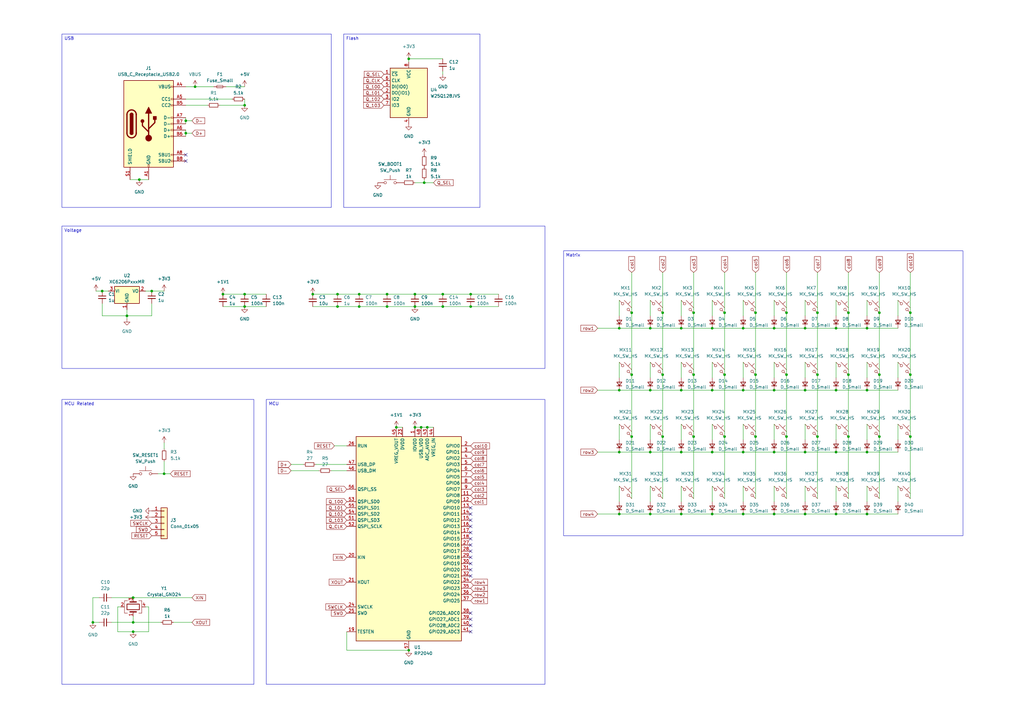
<source format=kicad_sch>
(kicad_sch (version 20230121) (generator eeschema)
  (paper "A3")
  (junction (at 335.28 128.27))
  (junction (at 266.7 185.42))
  (junction (at 170.18 175.26))
  (junction (at 128.27 120.65))
  (junction (at 373.38 128.27))
  (junction (at 167.64 266.7))
  (junction (at 254 185.42))
  (junction (at 292.1 160.02))
  (junction (at 259.08 179.07))
  (junction (at 309.88 153.67))
  (junction (at 271.78 179.07))
  (junction (at 158.75 125.73))
  (junction (at 297.18 153.67))
  (junction (at 355.6 210.82))
  (junction (at 284.48 128.27))
  (junction (at 347.98 128.27))
  (junction (at 100.33 125.73))
  (junction (at 360.68 179.07))
  (junction (at 266.7 160.02))
  (junction (at 304.8 134.62))
  (junction (at 292.1 134.62))
  (junction (at 322.58 153.67))
  (junction (at 360.68 153.67))
  (junction (at 330.2 134.62))
  (junction (at 193.04 125.73))
  (junction (at 355.6 160.02))
  (junction (at 54.61 245.11))
  (junction (at 181.61 120.65))
  (junction (at 317.5 160.02))
  (junction (at 266.7 210.82))
  (junction (at 317.5 210.82))
  (junction (at 342.9 185.42))
  (junction (at 254 210.82))
  (junction (at 271.78 128.27))
  (junction (at 271.78 153.67))
  (junction (at 170.18 125.73))
  (junction (at 360.68 128.27))
  (junction (at 335.28 153.67))
  (junction (at 62.23 119.38))
  (junction (at 76.2 49.53))
  (junction (at 342.9 160.02))
  (junction (at 279.4 160.02))
  (junction (at 138.43 120.65))
  (junction (at 259.08 128.27))
  (junction (at 284.48 179.07))
  (junction (at 54.61 259.08))
  (junction (at 347.98 179.07))
  (junction (at 254 160.02))
  (junction (at 147.32 125.73))
  (junction (at 67.31 194.31))
  (junction (at 193.04 120.65))
  (junction (at 309.88 179.07))
  (junction (at 167.64 24.13))
  (junction (at 373.38 153.67))
  (junction (at 284.48 153.67))
  (junction (at 322.58 128.27))
  (junction (at 373.38 179.07))
  (junction (at 297.18 179.07))
  (junction (at 80.01 35.56))
  (junction (at 347.98 153.67))
  (junction (at 38.1 255.27))
  (junction (at 162.56 175.26))
  (junction (at 100.33 43.18))
  (junction (at 279.4 210.82))
  (junction (at 355.6 185.42))
  (junction (at 279.4 185.42))
  (junction (at 342.9 134.62))
  (junction (at 259.08 153.67))
  (junction (at 170.18 120.65))
  (junction (at 304.8 160.02))
  (junction (at 138.43 125.73))
  (junction (at 304.8 210.82))
  (junction (at 292.1 210.82))
  (junction (at 173.99 74.93))
  (junction (at 91.44 120.65))
  (junction (at 100.33 120.65))
  (junction (at 355.6 134.62))
  (junction (at 317.5 185.42))
  (junction (at 147.32 120.65))
  (junction (at 54.61 255.27))
  (junction (at 172.72 175.26))
  (junction (at 158.75 120.65))
  (junction (at 330.2 210.82))
  (junction (at 342.9 210.82))
  (junction (at 330.2 185.42))
  (junction (at 335.28 179.07))
  (junction (at 254 134.62))
  (junction (at 52.07 129.54))
  (junction (at 330.2 160.02))
  (junction (at 279.4 134.62))
  (junction (at 304.8 185.42))
  (junction (at 41.91 119.38))
  (junction (at 76.2 54.61))
  (junction (at 322.58 179.07))
  (junction (at 309.88 128.27))
  (junction (at 317.5 134.62))
  (junction (at 175.26 175.26))
  (junction (at 266.7 134.62))
  (junction (at 292.1 185.42))
  (junction (at 297.18 128.27))
  (junction (at 181.61 125.73))
  (junction (at 57.15 73.66))
  (no_connect (at 193.04 233.68))
  (no_connect (at 193.04 208.28))
  (no_connect (at 193.04 218.44))
  (no_connect (at 193.04 228.6))
  (no_connect (at 76.2 63.5))
  (no_connect (at 193.04 223.52))
  (no_connect (at 193.04 256.54))
  (no_connect (at 193.04 220.98))
  (no_connect (at 193.04 236.22))
  (no_connect (at 193.04 251.46))
  (no_connect (at 193.04 226.06))
  (no_connect (at 193.04 215.9))
  (no_connect (at 193.04 231.14))
  (no_connect (at 193.04 213.36))
  (no_connect (at 193.04 259.08))
  (no_connect (at 193.04 254))
  (no_connect (at 76.2 66.04))
  (no_connect (at 193.04 210.82))
  (wire (pts (xy 129.54 190.5) (xy 142.24 190.5)))
  (wire (pts (xy 360.68 111.76) (xy 360.68 128.27)))
  (wire (pts (xy 330.2 185.42) (xy 342.9 185.42)))
  (wire (pts (xy 135.89 193.04) (xy 142.24 193.04)))
  (wire (pts (xy 45.72 245.11) (xy 54.61 245.11)))
  (wire (pts (xy 266.7 180.34) (xy 266.7 173.99)))
  (wire (pts (xy 259.08 111.76) (xy 259.08 128.27)))
  (wire (pts (xy 279.4 129.54) (xy 279.4 123.19)))
  (wire (pts (xy 292.1 180.34) (xy 292.1 173.99)))
  (wire (pts (xy 317.5 180.34) (xy 317.5 173.99)))
  (wire (pts (xy 266.7 160.02) (xy 279.4 160.02)))
  (wire (pts (xy 360.68 153.67) (xy 360.68 179.07)))
  (wire (pts (xy 368.3 180.34) (xy 368.3 173.99)))
  (wire (pts (xy 368.3 129.54) (xy 368.3 123.19)))
  (wire (pts (xy 40.64 255.27) (xy 38.1 255.27)))
  (wire (pts (xy 373.38 128.27) (xy 373.38 153.67)))
  (wire (pts (xy 254 185.42) (xy 266.7 185.42)))
  (wire (pts (xy 138.43 125.73) (xy 147.32 125.73)))
  (wire (pts (xy 45.72 255.27) (xy 54.61 255.27)))
  (wire (pts (xy 254 134.62) (xy 266.7 134.62)))
  (wire (pts (xy 355.6 129.54) (xy 355.6 123.19)))
  (wire (pts (xy 266.7 185.42) (xy 279.4 185.42)))
  (wire (pts (xy 304.8 129.54) (xy 304.8 123.19)))
  (wire (pts (xy 147.32 120.65) (xy 158.75 120.65)))
  (wire (pts (xy 330.2 129.54) (xy 330.2 123.19)))
  (wire (pts (xy 322.58 153.67) (xy 322.58 179.07)))
  (wire (pts (xy 330.2 160.02) (xy 342.9 160.02)))
  (wire (pts (xy 304.8 185.42) (xy 317.5 185.42)))
  (wire (pts (xy 304.8 205.74) (xy 304.8 199.39)))
  (wire (pts (xy 170.18 175.26) (xy 172.72 175.26)))
  (wire (pts (xy 284.48 111.76) (xy 284.48 128.27)))
  (wire (pts (xy 330.2 210.82) (xy 342.9 210.82)))
  (wire (pts (xy 52.07 129.54) (xy 52.07 130.81)))
  (wire (pts (xy 317.5 210.82) (xy 330.2 210.82)))
  (wire (pts (xy 54.61 255.27) (xy 66.04 255.27)))
  (wire (pts (xy 342.9 180.34) (xy 342.9 173.99)))
  (wire (pts (xy 60.96 259.08) (xy 60.96 248.92)))
  (wire (pts (xy 342.9 210.82) (xy 355.6 210.82)))
  (wire (pts (xy 266.7 134.62) (xy 279.4 134.62)))
  (wire (pts (xy 52.07 129.54) (xy 62.23 129.54)))
  (wire (pts (xy 38.1 255.27) (xy 38.1 245.11)))
  (wire (pts (xy 259.08 179.07) (xy 259.08 204.47)))
  (wire (pts (xy 76.2 48.26) (xy 76.2 49.53)))
  (wire (pts (xy 304.8 180.34) (xy 304.8 173.99)))
  (wire (pts (xy 309.88 111.76) (xy 309.88 128.27)))
  (wire (pts (xy 322.58 128.27) (xy 322.58 153.67)))
  (wire (pts (xy 279.4 154.94) (xy 279.4 148.59)))
  (wire (pts (xy 292.1 129.54) (xy 292.1 123.19)))
  (wire (pts (xy 335.28 153.67) (xy 335.28 179.07)))
  (wire (pts (xy 317.5 160.02) (xy 330.2 160.02)))
  (wire (pts (xy 317.5 154.94) (xy 317.5 148.59)))
  (wire (pts (xy 254 160.02) (xy 266.7 160.02)))
  (wire (pts (xy 167.64 24.13) (xy 167.64 25.4)))
  (wire (pts (xy 53.34 73.66) (xy 57.15 73.66)))
  (wire (pts (xy 368.3 154.94) (xy 368.3 148.59)))
  (wire (pts (xy 193.04 125.73) (xy 204.47 125.73)))
  (wire (pts (xy 38.1 245.11) (xy 40.64 245.11)))
  (wire (pts (xy 128.27 125.73) (xy 138.43 125.73)))
  (wire (pts (xy 54.61 252.73) (xy 54.61 255.27)))
  (wire (pts (xy 297.18 179.07) (xy 297.18 204.47)))
  (wire (pts (xy 266.7 210.82) (xy 279.4 210.82)))
  (wire (pts (xy 48.26 248.92) (xy 49.53 248.92)))
  (wire (pts (xy 304.8 160.02) (xy 317.5 160.02)))
  (wire (pts (xy 292.1 210.82) (xy 304.8 210.82)))
  (wire (pts (xy 304.8 154.94) (xy 304.8 148.59)))
  (wire (pts (xy 76.2 49.53) (xy 78.74 49.53)))
  (wire (pts (xy 317.5 134.62) (xy 330.2 134.62)))
  (wire (pts (xy 342.9 129.54) (xy 342.9 123.19)))
  (wire (pts (xy 177.8 74.93) (xy 173.99 74.93)))
  (wire (pts (xy 175.26 175.26) (xy 177.8 175.26)))
  (wire (pts (xy 309.88 179.07) (xy 309.88 204.47)))
  (wire (pts (xy 119.38 193.04) (xy 130.81 193.04)))
  (wire (pts (xy 39.37 119.38) (xy 41.91 119.38)))
  (wire (pts (xy 254 205.74) (xy 254 199.39)))
  (wire (pts (xy 76.2 53.34) (xy 76.2 54.61)))
  (wire (pts (xy 347.98 179.07) (xy 347.98 204.47)))
  (wire (pts (xy 71.12 255.27) (xy 78.74 255.27)))
  (wire (pts (xy 368.3 205.74) (xy 368.3 199.39)))
  (wire (pts (xy 292.1 205.74) (xy 292.1 199.39)))
  (wire (pts (xy 330.2 180.34) (xy 330.2 173.99)))
  (wire (pts (xy 347.98 153.67) (xy 347.98 179.07)))
  (wire (pts (xy 76.2 54.61) (xy 78.74 54.61)))
  (wire (pts (xy 322.58 111.76) (xy 322.58 128.27)))
  (wire (pts (xy 271.78 179.07) (xy 271.78 153.67)))
  (wire (pts (xy 342.9 205.74) (xy 342.9 199.39)))
  (wire (pts (xy 355.6 185.42) (xy 368.3 185.42)))
  (wire (pts (xy 297.18 153.67) (xy 297.18 179.07)))
  (wire (pts (xy 284.48 128.27) (xy 284.48 153.67)))
  (wire (pts (xy 309.88 153.67) (xy 309.88 179.07)))
  (wire (pts (xy 100.33 43.18) (xy 90.17 43.18)))
  (wire (pts (xy 91.44 125.73) (xy 100.33 125.73)))
  (wire (pts (xy 279.4 160.02) (xy 292.1 160.02)))
  (wire (pts (xy 67.31 181.61) (xy 67.31 184.15)))
  (wire (pts (xy 100.33 120.65) (xy 109.22 120.65)))
  (wire (pts (xy 59.69 119.38) (xy 62.23 119.38)))
  (wire (pts (xy 48.26 248.92) (xy 48.26 259.08)))
  (wire (pts (xy 279.4 134.62) (xy 292.1 134.62)))
  (wire (pts (xy 347.98 111.76) (xy 347.98 128.27)))
  (wire (pts (xy 355.6 205.74) (xy 355.6 199.39)))
  (wire (pts (xy 173.99 74.93) (xy 170.18 74.93)))
  (wire (pts (xy 60.96 248.92) (xy 59.69 248.92)))
  (wire (pts (xy 322.58 179.07) (xy 322.58 204.47)))
  (wire (pts (xy 259.08 153.67) (xy 259.08 179.07)))
  (wire (pts (xy 158.75 125.73) (xy 170.18 125.73)))
  (wire (pts (xy 172.72 175.26) (xy 175.26 175.26)))
  (wire (pts (xy 297.18 128.27) (xy 297.18 153.67)))
  (wire (pts (xy 266.7 154.94) (xy 266.7 148.59)))
  (wire (pts (xy 80.01 35.56) (xy 87.63 35.56)))
  (wire (pts (xy 342.9 160.02) (xy 355.6 160.02)))
  (wire (pts (xy 142.24 259.08) (xy 142.24 266.7)))
  (wire (pts (xy 335.28 179.07) (xy 335.28 204.47)))
  (wire (pts (xy 162.56 175.26) (xy 165.1 175.26)))
  (wire (pts (xy 170.18 120.65) (xy 181.61 120.65)))
  (wire (pts (xy 304.8 210.82) (xy 317.5 210.82)))
  (wire (pts (xy 245.11 210.82) (xy 254 210.82)))
  (wire (pts (xy 100.33 40.64) (xy 100.33 43.18)))
  (wire (pts (xy 137.16 182.88) (xy 142.24 182.88)))
  (wire (pts (xy 76.2 54.61) (xy 76.2 55.88)))
  (wire (pts (xy 119.38 190.5) (xy 124.46 190.5)))
  (wire (pts (xy 41.91 129.54) (xy 52.07 129.54)))
  (wire (pts (xy 279.4 180.34) (xy 279.4 173.99)))
  (wire (pts (xy 62.23 124.46) (xy 62.23 129.54)))
  (wire (pts (xy 330.2 134.62) (xy 342.9 134.62)))
  (wire (pts (xy 330.2 154.94) (xy 330.2 148.59)))
  (wire (pts (xy 330.2 205.74) (xy 330.2 199.39)))
  (wire (pts (xy 342.9 154.94) (xy 342.9 148.59)))
  (wire (pts (xy 170.18 125.73) (xy 181.61 125.73)))
  (wire (pts (xy 355.6 210.82) (xy 368.3 210.82)))
  (wire (pts (xy 373.38 153.67) (xy 373.38 179.07)))
  (wire (pts (xy 64.77 194.31) (xy 67.31 194.31)))
  (wire (pts (xy 57.15 73.66) (xy 60.96 73.66)))
  (wire (pts (xy 193.04 120.65) (xy 204.47 120.65)))
  (wire (pts (xy 254 129.54) (xy 254 123.19)))
  (wire (pts (xy 309.88 128.27) (xy 309.88 153.67)))
  (wire (pts (xy 76.2 49.53) (xy 76.2 50.8)))
  (wire (pts (xy 279.4 210.82) (xy 292.1 210.82)))
  (wire (pts (xy 292.1 134.62) (xy 304.8 134.62)))
  (wire (pts (xy 181.61 30.48) (xy 181.61 29.21)))
  (wire (pts (xy 266.7 205.74) (xy 266.7 199.39)))
  (wire (pts (xy 245.11 160.02) (xy 254 160.02)))
  (wire (pts (xy 259.08 128.27) (xy 259.08 153.67)))
  (wire (pts (xy 342.9 185.42) (xy 355.6 185.42)))
  (wire (pts (xy 279.4 185.42) (xy 292.1 185.42)))
  (wire (pts (xy 342.9 134.62) (xy 355.6 134.62)))
  (wire (pts (xy 181.61 24.13) (xy 167.64 24.13)))
  (wire (pts (xy 271.78 128.27) (xy 271.78 111.76)))
  (wire (pts (xy 41.91 119.38) (xy 44.45 119.38)))
  (wire (pts (xy 355.6 160.02) (xy 368.3 160.02)))
  (wire (pts (xy 181.61 125.73) (xy 193.04 125.73)))
  (wire (pts (xy 54.61 259.08) (xy 60.96 259.08)))
  (wire (pts (xy 254 180.34) (xy 254 173.99)))
  (wire (pts (xy 85.09 43.18) (xy 76.2 43.18)))
  (wire (pts (xy 271.78 204.47) (xy 271.78 179.07)))
  (wire (pts (xy 158.75 120.65) (xy 170.18 120.65)))
  (wire (pts (xy 317.5 205.74) (xy 317.5 199.39)))
  (wire (pts (xy 138.43 120.65) (xy 147.32 120.65)))
  (wire (pts (xy 142.24 266.7) (xy 167.64 266.7)))
  (wire (pts (xy 335.28 111.76) (xy 335.28 128.27)))
  (wire (pts (xy 76.2 35.56) (xy 80.01 35.56)))
  (wire (pts (xy 147.32 125.73) (xy 158.75 125.73)))
  (wire (pts (xy 181.61 120.65) (xy 193.04 120.65)))
  (wire (pts (xy 54.61 245.11) (xy 78.74 245.11)))
  (wire (pts (xy 245.11 134.62) (xy 254 134.62)))
  (wire (pts (xy 284.48 153.67) (xy 284.48 179.07)))
  (wire (pts (xy 297.18 111.76) (xy 297.18 128.27)))
  (wire (pts (xy 360.68 128.27) (xy 360.68 153.67)))
  (wire (pts (xy 373.38 179.07) (xy 373.38 204.47)))
  (wire (pts (xy 271.78 153.67) (xy 271.78 128.27)))
  (wire (pts (xy 360.68 179.07) (xy 360.68 204.47)))
  (wire (pts (xy 355.6 134.62) (xy 368.3 134.62)))
  (wire (pts (xy 67.31 189.23) (xy 67.31 194.31)))
  (wire (pts (xy 100.33 125.73) (xy 109.22 125.73)))
  (wire (pts (xy 292.1 185.42) (xy 304.8 185.42)))
  (wire (pts (xy 279.4 205.74) (xy 279.4 199.39)))
  (wire (pts (xy 128.27 120.65) (xy 138.43 120.65)))
  (wire (pts (xy 284.48 179.07) (xy 284.48 204.47)))
  (wire (pts (xy 254 210.82) (xy 266.7 210.82)))
  (wire (pts (xy 91.44 120.65) (xy 100.33 120.65)))
  (wire (pts (xy 317.5 129.54) (xy 317.5 123.19)))
  (wire (pts (xy 292.1 154.94) (xy 292.1 148.59)))
  (wire (pts (xy 254 154.94) (xy 254 148.59)))
  (wire (pts (xy 92.71 35.56) (xy 100.33 35.56)))
  (wire (pts (xy 373.38 111.76) (xy 373.38 128.27)))
  (wire (pts (xy 67.31 194.31) (xy 69.85 194.31)))
  (wire (pts (xy 41.91 124.46) (xy 41.91 129.54)))
  (wire (pts (xy 292.1 160.02) (xy 304.8 160.02)))
  (wire (pts (xy 52.07 127) (xy 52.07 129.54)))
  (wire (pts (xy 266.7 129.54) (xy 266.7 123.19)))
  (wire (pts (xy 173.99 73.66) (xy 173.99 74.93)))
  (wire (pts (xy 335.28 128.27) (xy 335.28 153.67)))
  (wire (pts (xy 62.23 119.38) (xy 67.31 119.38)))
  (wire (pts (xy 304.8 134.62) (xy 317.5 134.62)))
  (wire (pts (xy 48.26 259.08) (xy 54.61 259.08)))
  (wire (pts (xy 76.2 40.64) (xy 95.25 40.64)))
  (wire (pts (xy 355.6 154.94) (xy 355.6 148.59)))
  (wire (pts (xy 355.6 180.34) (xy 355.6 173.99)))
  (wire (pts (xy 245.11 185.42) (xy 254 185.42)))
  (wire (pts (xy 347.98 128.27) (xy 347.98 153.67)))
  (wire (pts (xy 317.5 185.42) (xy 330.2 185.42)))
  (text_box "Flash" (at 140.97 13.97 0) (size 55.88 71.12) (effects (font (size 1.27 1.27)) (justify left top)))
  (text_box "MCU" (at 109.22 163.83 0) (size 114.3 116.84) (effects (font (size 1.27 1.27)) (justify left top)))
  (text_box "Matrix" (at 231.14 102.87 0) (size 163.83 116.84) (effects (font (size 1.27 1.27)) (justify left top)))
  (text_box "Voltage" (at 25.4 92.71 0) (size 198.12 58.42) (effects (font (size 1.27 1.27)) (justify left top)))
  (text_box "MCU Related" (at 25.4 163.83 0) (size 78.74 116.84) (effects (font (size 1.27 1.27)) (justify left top)))
  (text_box "USB" (at 25.4 13.97 0) (size 110.49 71.12) (effects (font (size 1.27 1.27)) (justify left top)))
  (global_label "SWD" (shape input) (at 62.23 217.17 180) (property "Intersheetrefs" "${INTERSHEET_REFS}" (effects hide)))
  (global_label "Q_103" (shape input) (at 142.24 213.36 180) (property "Intersheetrefs" "${INTERSHEET_REFS}" (effects hide)))
  (global_label "col3" (shape input) (at 193.04 200.66 0) (property "Intersheetrefs" "${INTERSHEET_REFS}" (effects hide)))
  (global_label "col6" (shape input) (at 193.04 193.04 0) (property "Intersheetrefs" "${INTERSHEET_REFS}" (effects hide)))
  (global_label "Q_100" (shape input) (at 157.48 35.56 180) (property "Intersheetrefs" "${INTERSHEET_REFS}" (effects hide)))
  (global_label "row2" (shape input) (at 193.04 243.84 0) (property "Intersheetrefs" "${INTERSHEET_REFS}" (effects hide)))
  (global_label "col2" (shape input) (at 193.04 203.2 0) (property "Intersheetrefs" "${INTERSHEET_REFS}" (effects hide)))
  (global_label "Q_100" (shape input) (at 142.24 205.74 180) (property "Intersheetrefs" "${INTERSHEET_REFS}" (effects hide)))
  (global_label "D+" (shape input) (at 119.38 190.5 180) (property "Intersheetrefs" "${INTERSHEET_REFS}" (effects hide)))
  (global_label "XOUT" (shape input) (at 142.24 238.76 180) (property "Intersheetrefs" "${INTERSHEET_REFS}" (effects hide)))
  (global_label "RESET" (shape input) (at 69.85 194.31 0) (property "Intersheetrefs" "${INTERSHEET_REFS}" (effects hide)))
  (global_label "RESET" (shape input) (at 62.23 219.71 180) (property "Intersheetrefs" "${INTERSHEET_REFS}" (effects hide)))
  (global_label "row1" (shape input) (at 245.11 134.62 180) (property "Intersheetrefs" "${INTERSHEET_REFS}" (effects hide)))
  (global_label "Q_102" (shape input) (at 142.24 210.82 180) (property "Intersheetrefs" "${INTERSHEET_REFS}" (effects hide)))
  (global_label "col5" (shape input) (at 193.04 195.58 0) (property "Intersheetrefs" "${INTERSHEET_REFS}" (effects hide)))
  (global_label "D-" (shape input) (at 119.38 193.04 180) (property "Intersheetrefs" "${INTERSHEET_REFS}" (effects hide)))
  (global_label "Q_101" (shape input) (at 157.48 38.1 180) (property "Intersheetrefs" "${INTERSHEET_REFS}" (effects hide)))
  (global_label "col2" (shape input) (at 271.78 111.76 90) (property "Intersheetrefs" "${INTERSHEET_REFS}" (effects hide)))
  (global_label "row3" (shape input) (at 193.04 241.3 0) (property "Intersheetrefs" "${INTERSHEET_REFS}" (effects hide)))
  (global_label "row4" (shape input) (at 193.04 238.76 0) (property "Intersheetrefs" "${INTERSHEET_REFS}" (effects hide)))
  (global_label "col7" (shape input) (at 335.28 111.76 90) (property "Intersheetrefs" "${INTERSHEET_REFS}" (effects hide)))
  (global_label "col9" (shape input) (at 360.68 111.76 90) (property "Intersheetrefs" "${INTERSHEET_REFS}" (effects hide)))
  (global_label "Q_102" (shape input) (at 157.48 40.64 180) (property "Intersheetrefs" "${INTERSHEET_REFS}" (effects hide)))
  (global_label "row3" (shape input) (at 245.11 185.42 180) (property "Intersheetrefs" "${INTERSHEET_REFS}" (effects hide)))
  (global_label "D-" (shape input) (at 78.74 49.53 0) (property "Intersheetrefs" "${INTERSHEET_REFS}" (effects hide)))
  (global_label "col1" (shape input) (at 193.04 205.74 0) (property "Intersheetrefs" "${INTERSHEET_REFS}" (effects hide)))
  (global_label "col10" (shape input) (at 193.04 182.88 0) (property "Intersheetrefs" "${INTERSHEET_REFS}" (effects hide)))
  (global_label "row2" (shape input) (at 245.11 160.02 180) (property "Intersheetrefs" "${INTERSHEET_REFS}" (effects hide)))
  (global_label "col8" (shape input) (at 193.04 187.96 0) (property "Intersheetrefs" "${INTERSHEET_REFS}" (effects hide)))
  (global_label "XOUT" (shape input) (at 78.74 255.27 0) (property "Intersheetrefs" "${INTERSHEET_REFS}" (effects hide)))
  (global_label "XIN" (shape input) (at 142.24 228.6 180) (property "Intersheetrefs" "${INTERSHEET_REFS}" (effects hide)))
  (global_label "SWCLK" (shape input) (at 142.24 248.92 180) (property "Intersheetrefs" "${INTERSHEET_REFS}" (effects hide)))
  (global_label "D+" (shape input) (at 78.74 54.61 0) (property "Intersheetrefs" "${INTERSHEET_REFS}" (effects hide)))
  (global_label "col1" (shape input) (at 259.08 111.76 90) (property "Intersheetrefs" "${INTERSHEET_REFS}" (effects hide)))
  (global_label "row1" (shape input) (at 193.04 246.38 0) (property "Intersheetrefs" "${INTERSHEET_REFS}" (effects hide)))
  (global_label "Q_SEL" (shape input) (at 177.8 74.93 0) (property "Intersheetrefs" "${INTERSHEET_REFS}" (effects hide)))
  (global_label "Q_103" (shape input) (at 157.48 43.18 180) (property "Intersheetrefs" "${INTERSHEET_REFS}" (effects hide)))
  (global_label "col4" (shape input) (at 297.18 111.76 90) (property "Intersheetrefs" "${INTERSHEET_REFS}" (effects hide)))
  (global_label "col8" (shape input) (at 347.98 111.76 90) (property "Intersheetrefs" "${INTERSHEET_REFS}" (effects hide)))
  (global_label "SWD" (shape input) (at 142.24 251.46 180) (property "Intersheetrefs" "${INTERSHEET_REFS}" (effects hide)))
  (global_label "col6" (shape input) (at 322.58 111.76 90) (property "Intersheetrefs" "${INTERSHEET_REFS}" (effects hide)))
  (global_label "Q_101" (shape input) (at 142.24 208.28 180) (property "Intersheetrefs" "${INTERSHEET_REFS}" (effects hide)))
  (global_label "col3" (shape input) (at 284.48 111.76 90) (property "Intersheetrefs" "${INTERSHEET_REFS}" (effects hide)))
  (global_label "Q_SEL" (shape input) (at 142.24 200.66 180) (property "Intersheetrefs" "${INTERSHEET_REFS}" (effects hide)))
  (global_label "Q_SEL" (shape input) (at 157.48 30.48 180) (property "Intersheetrefs" "${INTERSHEET_REFS}" (effects hide)))
  (global_label "RESET" (shape input) (at 137.16 182.88 180) (property "Intersheetrefs" "${INTERSHEET_REFS}" (effects hide)))
  (global_label "SWCLK" (shape input) (at 62.23 214.63 180) (property "Intersheetrefs" "${INTERSHEET_REFS}" (effects hide)))
  (global_label "col5" (shape input) (at 309.88 111.76 90) (property "Intersheetrefs" "${INTERSHEET_REFS}" (effects hide)))
  (global_label "XIN" (shape input) (at 78.74 245.11 0) (property "Intersheetrefs" "${INTERSHEET_REFS}" (effects hide)))
  (global_label "row4" (shape input) (at 245.11 210.82 180) (property "Intersheetrefs" "${INTERSHEET_REFS}" (effects hide)))
  (global_label "Q_CLK" (shape input) (at 142.24 215.9 180) (property "Intersheetrefs" "${INTERSHEET_REFS}" (effects hide)))
  (global_label "col9" (shape input) (at 193.04 185.42 0) (property "Intersheetrefs" "${INTERSHEET_REFS}" (effects hide)))
  (global_label "Q_CLK" (shape input) (at 157.48 33.02 180) (property "Intersheetrefs" "${INTERSHEET_REFS}" (effects hide)))
  (global_label "col10" (shape input) (at 373.38 111.76 90) (property "Intersheetrefs" "${INTERSHEET_REFS}" (effects hide)))
  (global_label "col7" (shape input) (at 193.04 190.5 0) (property "Intersheetrefs" "${INTERSHEET_REFS}" (effects hide)))
  (global_label "col4" (shape input) (at 193.04 198.12 0) (property "Intersheetrefs" "${INTERSHEET_REFS}" (effects hide)))
  (symbol (lib_id "Device:D_Small") (at 355.6 132.08 90) (unit 1)
    (property "Reference" "D9" (at 358.14 130.81 90) (effects (justify right)))
    (property "Value" "D_Small" (at 358.14 133.35 90) (effects (justify right)))
    (property "Footprint" "Diode_SMD:D_SOD-123" (effects hide))
    (property "Sim.Device" "D" (effects hide))
    (property "Sim.Pins" "1=K 2=A" (effects hide))
  )
  (symbol (lib_id "power:+1V1") (at 162.56 175.26 0) (unit 1)
    (property "Reference" "#PWR013" (effects hide))
    (property "Value" "+1V1" (at 162.56 170.18 0))
  )
  (symbol (lib_id "PCM_marbastlib-mx:MX_SW_HS") (at 281.94 151.13 0) (unit 1)
    (property "Reference" "MX13" (at 281.94 143.51 0))
    (property "Value" "MX_SW_HS" (at 281.94 146.05 0))
    (property "Footprint" "PCM_marbastlib-mx:SW_MX_HS_1u" (effects hide))
  )
  (symbol (lib_id "Device:R_Small") (at 173.99 66.04 180) (unit 1)
    (property "Reference" "R9" (at 176.53 64.77 0) (effects (justify right)))
    (property "Value" "5.1k" (at 176.53 67.31 0) (effects (justify right)))
    (property "Footprint" "Resistor_SMD:R_0402_1005Metric" (effects hide))
  )
  (symbol (lib_id "PCM_marbastlib-mx:MX_SW_HS") (at 294.64 201.93 0) (unit 1)
    (property "Reference" "MX34" (at 294.64 194.31 0))
    (property "Value" "MX_SW_HS" (at 294.64 196.85 0))
    (property "Footprint" "PCM_marbastlib-mx:SW_MX_HS_1u" (effects hide))
  )
  (symbol (lib_id "power:GND") (at 54.61 259.08 0) (unit 1)
    (property "Reference" "#PWR022" (effects hide))
    (property "Value" "GND" (at 54.61 264.16 0))
  )
  (symbol (lib_id "Device:D_Small") (at 368.3 182.88 90) (unit 1)
    (property "Reference" "D30" (at 370.84 181.61 90) (effects (justify right)))
    (property "Value" "D_Small" (at 370.84 184.15 90) (effects (justify right)))
    (property "Footprint" "Diode_SMD:D_SOD-123" (effects hide))
    (property "Sim.Device" "D" (effects hide))
    (property "Sim.Pins" "1=K 2=A" (effects hide))
  )
  (symbol (lib_id "PCM_marbastlib-mx:MX_SW_HS") (at 307.34 151.13 0) (unit 1)
    (property "Reference" "MX15" (at 307.34 143.51 0))
    (property "Value" "MX_SW_HS" (at 307.34 146.05 0))
    (property "Footprint" "PCM_marbastlib-mx:SW_MX_HS_1u" (effects hide))
  )
  (symbol (lib_id "Device:D_Small") (at 266.7 157.48 90) (unit 1)
    (property "Reference" "D12" (at 269.24 156.21 90) (effects (justify right)))
    (property "Value" "D_Small" (at 269.24 158.75 90) (effects (justify right)))
    (property "Footprint" "Diode_SMD:D_SOD-123" (effects hide))
    (property "Sim.Device" "D" (effects hide))
    (property "Sim.Pins" "1=K 2=A" (effects hide))
  )
  (symbol (lib_id "Device:D_Small") (at 292.1 208.28 90) (unit 1)
    (property "Reference" "D34" (at 294.64 207.01 90) (effects (justify right)))
    (property "Value" "D_Small" (at 294.64 209.55 90) (effects (justify right)))
    (property "Footprint" "Diode_SMD:D_SOD-123" (effects hide))
    (property "Sim.Device" "D" (effects hide))
    (property "Sim.Pins" "1=K 2=A" (effects hide))
  )
  (symbol (lib_id "Device:D_Small") (at 330.2 132.08 90) (unit 1)
    (property "Reference" "D7" (at 332.74 130.81 90) (effects (justify right)))
    (property "Value" "D_Small" (at 332.74 133.35 90) (effects (justify right)))
    (property "Footprint" "Diode_SMD:D_SOD-123" (effects hide))
    (property "Sim.Device" "D" (effects hide))
    (property "Sim.Pins" "1=K 2=A" (effects hide))
  )
  (symbol (lib_id "PCM_marbastlib-mx:MX_SW_HS") (at 370.84 125.73 0) (unit 1)
    (property "Reference" "MX10" (at 370.84 118.11 0))
    (property "Value" "MX_SW_HS" (at 370.84 120.65 0))
    (property "Footprint" "PCM_marbastlib-mx:SW_MX_HS_1u" (effects hide))
  )
  (symbol (lib_id "Device:C_Small") (at 128.27 123.19 0) (unit 1)
    (property "Reference" "C3" (at 130.81 121.9263 0) (effects (justify left)))
    (property "Value" "10u" (at 130.81 124.4663 0) (effects (justify left)))
    (property "Footprint" "Capacitor_SMD:C_0603_1608Metric" (effects hide))
  )
  (symbol (lib_id "power:+3V3") (at 170.18 175.26 0) (unit 1)
    (property "Reference" "#PWR012" (effects hide))
    (property "Value" "+3V3" (at 170.18 170.18 0))
  )
  (symbol (lib_id "PCM_marbastlib-mx:MX_SW_HS") (at 256.54 151.13 0) (unit 1)
    (property "Reference" "MX11" (at 256.54 143.51 0))
    (property "Value" "MX_SW_HS" (at 256.54 146.05 0))
    (property "Footprint" "PCM_marbastlib-mx:SW_MX_HS_1u" (effects hide))
  )
  (symbol (lib_id "PCM_marbastlib-mx:MX_SW_HS") (at 332.74 151.13 0) (unit 1)
    (property "Reference" "MX17" (at 332.74 143.51 0))
    (property "Value" "MX_SW_HS" (at 332.74 146.05 0))
    (property "Footprint" "PCM_marbastlib-mx:SW_MX_HS_1u" (effects hide))
  )
  (symbol (lib_id "PCM_marbastlib-mx:MX_SW_HS") (at 281.94 125.73 0) (unit 1)
    (property "Reference" "MX3" (at 281.94 118.11 0))
    (property "Value" "MX_SW_HS" (at 281.94 120.65 0))
    (property "Footprint" "PCM_marbastlib-mx:SW_MX_HS_1u" (effects hide))
  )
  (symbol (lib_id "Device:D_Small") (at 355.6 208.28 90) (unit 1)
    (property "Reference" "D39" (at 358.14 207.01 90) (effects (justify right)))
    (property "Value" "D_Small" (at 358.14 209.55 90) (effects (justify right)))
    (property "Footprint" "Diode_SMD:D_SOD-123" (effects hide))
    (property "Sim.Device" "D" (effects hide))
    (property "Sim.Pins" "1=K 2=A" (effects hide))
  )
  (symbol (lib_id "Device:R_Small") (at 167.64 74.93 270) (unit 1)
    (property "Reference" "R7" (at 167.64 69.85 90))
    (property "Value" "1k" (at 167.64 72.39 90))
    (property "Footprint" "Resistor_SMD:R_0402_1005Metric" (effects hide))
  )
  (symbol (lib_id "Device:D_Small") (at 292.1 182.88 90) (unit 1)
    (property "Reference" "D24" (at 294.64 181.61 90) (effects (justify right)))
    (property "Value" "D_Small" (at 294.64 184.15 90) (effects (justify right)))
    (property "Footprint" "Diode_SMD:D_SOD-123" (effects hide))
    (property "Sim.Device" "D" (effects hide))
    (property "Sim.Pins" "1=K 2=A" (effects hide))
  )
  (symbol (lib_id "Device:D_Small") (at 355.6 182.88 90) (unit 1)
    (property "Reference" "D29" (at 358.14 181.61 90) (effects (justify right)))
    (property "Value" "D_Small" (at 358.14 184.15 90) (effects (justify right)))
    (property "Footprint" "Diode_SMD:D_SOD-123" (effects hide))
    (property "Sim.Device" "D" (effects hide))
    (property "Sim.Pins" "1=K 2=A" (effects hide))
  )
  (symbol (lib_id "Device:D_Small") (at 342.9 132.08 90) (unit 1)
    (property "Reference" "D8" (at 345.44 130.81 90) (effects (justify right)))
    (property "Value" "D_Small" (at 345.44 133.35 90) (effects (justify right)))
    (property "Footprint" "Diode_SMD:D_SOD-123" (effects hide))
    (property "Sim.Device" "D" (effects hide))
    (property "Sim.Pins" "1=K 2=A" (effects hide))
  )
  (symbol (lib_id "Device:D_Small") (at 317.5 182.88 90) (unit 1)
    (property "Reference" "D26" (at 320.04 181.61 90) (effects (justify right)))
    (property "Value" "D_Small" (at 320.04 184.15 90) (effects (justify right)))
    (property "Footprint" "Diode_SMD:D_SOD-123" (effects hide))
    (property "Sim.Device" "D" (effects hide))
    (property "Sim.Pins" "1=K 2=A" (effects hide))
  )
  (symbol (lib_id "power:+3V3") (at 62.23 212.09 90) (unit 1)
    (property "Reference" "#PWR026" (effects hide))
    (property "Value" "+3V3" (at 58.42 212.09 90) (effects (justify left)))
  )
  (symbol (lib_id "PCM_marbastlib-mx:MX_SW_HS") (at 256.54 176.53 0) (unit 1)
    (property "Reference" "MX21" (at 256.54 168.91 0))
    (property "Value" "MX_SW_HS" (at 256.54 171.45 0))
    (property "Footprint" "PCM_marbastlib-mx:SW_MX_HS_1u" (effects hide))
  )
  (symbol (lib_id "Device:R_Small") (at 68.58 255.27 90) (unit 1)
    (property "Reference" "R6" (at 68.58 250.19 90))
    (property "Value" "1k" (at 68.58 252.73 90))
    (property "Footprint" "Resistor_SMD:R_0402_1005Metric" (effects hide))
  )
  (symbol (lib_id "Regulator_Linear:XC6206PxxxMR") (at 52.07 119.38 0) (unit 1)
    (property "Reference" "U2" (at 52.07 113.03 0))
    (property "Value" "XC6206PxxxMR" (at 52.07 115.57 0))
    (property "Footprint" "Package_TO_SOT_SMD:SOT-23-3" (effects hide))
    (property "Datasheet" "https://www.torexsemi.com/file/xc6206/XC6206.pdf" (effects hide))
  )
  (symbol (lib_id "Device:R_Small") (at 67.31 186.69 180) (unit 1)
    (property "Reference" "R3" (at 69.85 185.42 0) (effects (justify right)))
    (property "Value" "5.1k" (at 69.85 187.96 0) (effects (justify right)))
    (property "Footprint" "Resistor_SMD:R_0402_1005Metric" (effects hide))
  )
  (symbol (lib_id "Device:C_Small") (at 43.18 245.11 90) (unit 1)
    (property "Reference" "C10" (at 43.1863 238.76 90))
    (property "Value" "22p" (at 43.1863 241.3 90))
    (property "Footprint" "Capacitor_SMD:C_0402_1005Metric" (effects hide))
  )
  (symbol (lib_id "MCU_RaspberryPi:RP2040") (at 167.64 220.98 0) (unit 1)
    (property "Reference" "U1" (at 169.8341 265.43 0) (effects (justify left)))
    (property "Value" "RP2040" (at 169.8341 267.97 0) (effects (justify left)))
    (property "Footprint" "Package_DFN_QFN:QFN-56-1EP_7x7mm_P0.4mm_EP3.2x3.2mm" (effects hide))
    (property "Datasheet" "https://datasheets.raspberrypi.com/rp2040/rp2040-datasheet.pdf" (effects hide))
  )
  (symbol (lib_id "PCM_marbastlib-mx:MX_SW_HS") (at 281.94 176.53 0) (unit 1)
    (property "Reference" "MX23" (at 281.94 168.91 0))
    (property "Value" "MX_SW_HS" (at 281.94 171.45 0))
    (property "Footprint" "PCM_marbastlib-mx:SW_MX_HS_1u" (effects hide))
  )
  (symbol (lib_id "Device:D_Small") (at 304.8 132.08 90) (unit 1)
    (property "Reference" "D5" (at 307.34 130.81 90) (effects (justify right)))
    (property "Value" "D_Small" (at 307.34 133.35 90) (effects (justify right)))
    (property "Footprint" "Diode_SMD:D_SOD-123" (effects hide))
    (property "Sim.Device" "D" (effects hide))
    (property "Sim.Pins" "1=K 2=A" (effects hide))
  )
  (symbol (lib_id "power:GND") (at 52.07 130.81 0) (unit 1)
    (property "Reference" "#PWR06" (effects hide))
    (property "Value" "GND" (at 52.07 135.89 0))
  )
  (symbol (lib_id "PCM_marbastlib-mx:MX_SW_HS") (at 345.44 151.13 0) (unit 1)
    (property "Reference" "MX18" (at 345.44 143.51 0))
    (property "Value" "MX_SW_HS" (at 345.44 146.05 0))
    (property "Footprint" "PCM_marbastlib-mx:SW_MX_HS_1u" (effects hide))
  )
  (symbol (lib_id "power:GND") (at 54.61 194.31 0) (unit 1)
    (property "Reference" "#PWR019" (effects hide))
    (property "Value" "GND" (at 54.61 199.39 0))
  )
  (symbol (lib_id "power:VBUS") (at 80.01 35.56 0) (unit 1)
    (property "Reference" "#PWR01" (effects hide))
    (property "Value" "VBUS" (at 80.01 30.48 0))
  )
  (symbol (lib_id "Device:C_Small") (at 181.61 123.19 0) (unit 1)
    (property "Reference" "C14" (at 184.15 121.9263 0) (effects (justify left)))
    (property "Value" "100n" (at 184.15 124.4663 0) (effects (justify left)))
    (property "Footprint" "Capacitor_SMD:C_0402_1005Metric" (effects hide))
  )
  (symbol (lib_id "Device:C_Small") (at 204.47 123.19 0) (unit 1)
    (property "Reference" "C16" (at 207.01 121.9263 0) (effects (justify left)))
    (property "Value" "100n" (at 207.01 124.4663 0) (effects (justify left)))
    (property "Footprint" "Capacitor_SMD:C_0402_1005Metric" (effects hide))
  )
  (symbol (lib_id "power:GND") (at 170.18 125.73 0) (unit 1)
    (property "Reference" "#PWR017" (effects hide))
    (property "Value" "GND" (at 170.18 130.81 0))
  )
  (symbol (lib_id "Device:D_Small") (at 254 208.28 90) (unit 1)
    (property "Reference" "D31" (at 256.54 207.01 90) (effects (justify right)))
    (property "Value" "D_Small" (at 256.54 209.55 90) (effects (justify right)))
    (property "Footprint" "Diode_SMD:D_SOD-123" (effects hide))
    (property "Sim.Device" "D" (effects hide))
    (property "Sim.Pins" "1=K 2=A" (effects hide))
  )
  (symbol (lib_id "power:+3V3") (at 167.64 24.13 0) (unit 1)
    (property "Reference" "#PWR028" (effects hide))
    (property "Value" "+3V3" (at 167.64 19.05 0))
  )
  (symbol (lib_id "Device:R_Small") (at 97.79 40.64 90) (unit 1)
    (property "Reference" "R2" (at 97.79 35.56 90))
    (property "Value" "5.1k" (at 97.79 38.1 90))
    (property "Footprint" "Resistor_SMD:R_0402_1005Metric" (effects hide))
  )
  (symbol (lib_id "Device:D_Small") (at 330.2 182.88 90) (unit 1)
    (property "Reference" "D27" (at 332.74 181.61 90) (effects (justify right)))
    (property "Value" "D_Small" (at 332.74 184.15 90) (effects (justify right)))
    (property "Footprint" "Diode_SMD:D_SOD-123" (effects hide))
    (property "Sim.Device" "D" (effects hide))
    (property "Sim.Pins" "1=K 2=A" (effects hide))
  )
  (symbol (lib_id "PCM_marbastlib-mx:MX_SW_HS") (at 345.44 125.73 0) (unit 1)
    (property "Reference" "MX8" (at 345.44 118.11 0))
    (property "Value" "MX_SW_HS" (at 345.44 120.65 0))
    (property "Footprint" "PCM_marbastlib-mx:SW_MX_HS_1u" (effects hide))
  )
  (symbol (lib_id "Device:C_Small") (at 100.33 123.19 0) (unit 1)
    (property "Reference" "C5" (at 102.87 121.9263 0) (effects (justify left)))
    (property "Value" "100n" (at 102.87 124.4663 0) (effects (justify left)))
    (property "Footprint" "Capacitor_SMD:C_0402_1005Metric" (effects hide))
  )
  (symbol (lib_id "Device:C_Small") (at 109.22 123.19 0) (unit 1)
    (property "Reference" "C13" (at 111.76 121.9263 0) (effects (justify left)))
    (property "Value" "100n" (at 111.76 124.4663 0) (effects (justify left)))
    (property "Footprint" "Capacitor_SMD:C_0402_1005Metric" (effects hide))
  )
  (symbol (lib_id "Device:R_Small") (at 127 190.5 90) (unit 1)
    (property "Reference" "R4" (at 127 185.42 90))
    (property "Value" "27" (at 127 187.96 90))
    (property "Footprint" "Resistor_SMD:R_0402_1005Metric" (effects hide))
  )
  (symbol (lib_id "PCM_marbastlib-mx:MX_SW_HS") (at 256.54 125.73 0) (unit 1)
    (property "Reference" "MX1" (at 256.54 118.11 0))
    (property "Value" "MX_SW_HS" (at 256.54 120.65 0))
    (property "Footprint" "PCM_marbastlib-mx:SW_MX_HS_1u" (effects hide))
  )
  (symbol (lib_id "Device:C_Small") (at 158.75 123.19 0) (unit 1)
    (property "Reference" "C8" (at 161.29 121.9263 0) (effects (justify left)))
    (property "Value" "100n" (at 161.29 124.4663 0) (effects (justify left)))
    (property "Footprint" "Capacitor_SMD:C_0402_1005Metric" (effects hide))
  )
  (symbol (lib_id "PCM_marbastlib-mx:MX_SW_HS") (at 358.14 125.73 0) (unit 1)
    (property "Reference" "MX9" (at 358.14 118.11 0))
    (property "Value" "MX_SW_HS" (at 358.14 120.65 0))
    (property "Footprint" "PCM_marbastlib-mx:SW_MX_HS_1u" (effects hide))
  )
  (symbol (lib_id "PCM_marbastlib-mx:MX_SW_HS") (at 294.64 125.73 0) (unit 1)
    (property "Reference" "MX4" (at 294.64 118.11 0))
    (property "Value" "MX_SW_HS" (at 294.64 120.65 0))
    (property "Footprint" "PCM_marbastlib-mx:SW_MX_HS_1u" (effects hide))
  )
  (symbol (lib_id "Device:D_Small") (at 317.5 157.48 90) (unit 1)
    (property "Reference" "D16" (at 320.04 156.21 90) (effects (justify right)))
    (property "Value" "D_Small" (at 320.04 158.75 90) (effects (justify right)))
    (property "Footprint" "Diode_SMD:D_SOD-123" (effects hide))
    (property "Sim.Device" "D" (effects hide))
    (property "Sim.Pins" "1=K 2=A" (effects hide))
  )
  (symbol (lib_id "power:+3V3") (at 128.27 120.65 0) (unit 1)
    (property "Reference" "#PWR015" (effects hide))
    (property "Value" "+3V3" (at 128.27 115.57 0))
  )
  (symbol (lib_id "Device:D_Small") (at 368.3 208.28 90) (unit 1)
    (property "Reference" "D40" (at 370.84 207.01 90) (effects (justify right)))
    (property "Value" "D_Small" (at 370.84 209.55 90) (effects (justify right)))
    (property "Footprint" "Diode_SMD:D_SOD-123" (effects hide))
    (property "Sim.Device" "D" (effects hide))
    (property "Sim.Pins" "1=K 2=A" (effects hide))
  )
  (symbol (lib_id "Device:C_Small") (at 41.91 121.92 0) (unit 1)
    (property "Reference" "C1" (at 44.45 120.6563 0) (effects (justify left)))
    (property "Value" "1u" (at 44.45 123.1963 0) (effects (justify left)))
    (property "Footprint" "Capacitor_SMD:C_0402_1005Metric" (effects hide))
  )
  (symbol (lib_id "Device:Crystal_GND24") (at 54.61 248.92 90) (unit 1)
    (property "Reference" "Y1" (at 67.31 241.3 90))
    (property "Value" "Crystal_GND24" (at 67.31 243.84 90))
    (property "Footprint" "Crystal:Crystal_SMD_3225-4Pin_3.2x2.5mm" (effects hide))
  )
  (symbol (lib_id "Device:D_Small") (at 330.2 157.48 90) (unit 1)
    (property "Reference" "D17" (at 332.74 156.21 90) (effects (justify right)))
    (property "Value" "D_Small" (at 332.74 158.75 90) (effects (justify right)))
    (property "Footprint" "Diode_SMD:D_SOD-123" (effects hide))
    (property "Sim.Device" "D" (effects hide))
    (property "Sim.Pins" "1=K 2=A" (effects hide))
  )
  (symbol (lib_id "power:+5V") (at 39.37 119.38 0) (unit 1)
    (property "Reference" "#PWR04" (effects hide))
    (property "Value" "+5V" (at 39.37 114.3 0))
  )
  (symbol (lib_id "PCM_marbastlib-mx:MX_SW_HS") (at 320.04 125.73 0) (unit 1)
    (property "Reference" "MX6" (at 320.04 118.11 0))
    (property "Value" "MX_SW_HS" (at 320.04 120.65 0))
    (property "Footprint" "PCM_marbastlib-mx:SW_MX_HS_1u" (effects hide))
  )
  (symbol (lib_id "PCM_marbastlib-mx:MX_SW_HS") (at 307.34 176.53 0) (unit 1)
    (property "Reference" "MX25" (at 307.34 168.91 0))
    (property "Value" "MX_SW_HS" (at 307.34 171.45 0))
    (property "Footprint" "PCM_marbastlib-mx:SW_MX_HS_1u" (effects hide))
  )
  (symbol (lib_id "Device:D_Small") (at 342.9 208.28 90) (unit 1)
    (property "Reference" "D38" (at 345.44 207.01 90) (effects (justify right)))
    (property "Value" "D_Small" (at 345.44 209.55 90) (effects (justify right)))
    (property "Footprint" "Diode_SMD:D_SOD-123" (effects hide))
    (property "Sim.Device" "D" (effects hide))
    (property "Sim.Pins" "1=K 2=A" (effects hide))
  )
  (symbol (lib_id "PCM_marbastlib-mx:MX_SW_HS") (at 269.24 151.13 0) (unit 1)
    (property "Reference" "MX12" (at 269.24 143.51 0))
    (property "Value" "MX_SW_HS" (at 269.24 146.05 0))
    (property "Footprint" "PCM_marbastlib-mx:SW_MX_HS_1u" (effects hide))
  )
  (symbol (lib_id "Device:C_Small") (at 170.18 123.19 0) (unit 1)
    (property "Reference" "C9" (at 172.72 121.9263 0) (effects (justify left)))
    (property "Value" "100n" (at 172.72 124.4663 0) (effects (justify left)))
    (property "Footprint" "Capacitor_SMD:C_0402_1005Metric" (effects hide))
  )
  (symbol (lib_id "Device:D_Small") (at 279.4 157.48 90) (unit 1)
    (property "Reference" "D13" (at 281.94 156.21 90) (effects (justify right)))
    (property "Value" "D_Small" (at 281.94 158.75 90) (effects (justify right)))
    (property "Footprint" "Diode_SMD:D_SOD-123" (effects hide))
    (property "Sim.Device" "D" (effects hide))
    (property "Sim.Pins" "1=K 2=A" (effects hide))
  )
  (symbol (lib_id "power:GND") (at 167.64 50.8 0) (unit 1)
    (property "Reference" "#PWR029" (effects hide))
    (property "Value" "GND" (at 167.64 55.88 0))
  )
  (symbol (lib_id "Device:D_Small") (at 279.4 208.28 90) (unit 1)
    (property "Reference" "D33" (at 281.94 207.01 90) (effects (justify right)))
    (property "Value" "D_Small" (at 281.94 209.55 90) (effects (justify right)))
    (property "Footprint" "Diode_SMD:D_SOD-123" (effects hide))
    (property "Sim.Device" "D" (effects hide))
    (property "Sim.Pins" "1=K 2=A" (effects hide))
  )
  (symbol (lib_id "PCM_marbastlib-mx:MX_SW_HS") (at 370.84 201.93 0) (unit 1)
    (property "Reference" "MX40" (at 370.84 194.31 0))
    (property "Value" "MX_SW_HS" (at 370.84 196.85 0))
    (property "Footprint" "PCM_marbastlib-mx:SW_MX_HS_1u" (effects hide))
  )
  (symbol (lib_id "Device:D_Small") (at 279.4 182.88 90) (unit 1)
    (property "Reference" "D23" (at 281.94 181.61 90) (effects (justify right)))
    (property "Value" "D_Small" (at 281.94 184.15 90) (effects (justify right)))
    (property "Footprint" "Diode_SMD:D_SOD-123" (effects hide))
    (property "Sim.Device" "D" (effects hide))
    (property "Sim.Pins" "1=K 2=A" (effects hide))
  )
  (symbol (lib_id "Connector_Generic:Conn_01x05") (at 67.31 214.63 0) (unit 1)
    (property "Reference" "J3" (at 69.85 213.36 0) (effects (justify left)))
    (property "Value" "Conn_01x05" (at 69.85 215.9 0) (effects (justify left)))
    (property "Footprint" "Connector_PinHeader_2.54mm:PinHeader_1x05_P2.54mm_Vertical" (effects hide))
  )
  (symbol (lib_id "Device:D_Small") (at 266.7 182.88 90) (unit 1)
    (property "Reference" "D22" (at 269.24 181.61 90) (effects (justify right)))
    (property "Value" "D_Small" (at 269.24 184.15 90) (effects (justify right)))
    (property "Footprint" "Diode_SMD:D_SOD-123" (effects hide))
    (property "Sim.Device" "D" (effects hide))
    (property "Sim.Pins" "1=K 2=A" (effects hide))
  )
  (symbol (lib_id "Device:R_Small") (at 173.99 71.12 180) (unit 1)
    (property "Reference" "R8" (at 176.53 69.85 0) (effects (justify right)))
    (property "Value" "5.1k" (at 176.53 72.39 0) (effects (justify right)))
    (property "Footprint" "Resistor_SMD:R_0402_1005Metric" (effects hide))
  )
  (symbol (lib_id "Device:D_Small") (at 368.3 157.48 90) (unit 1)
    (property "Reference" "D20" (at 370.84 156.21 90) (effects (justify right)))
    (property "Value" "D_Small" (at 370.84 158.75 90) (effects (justify right)))
    (property "Footprint" "Diode_SMD:D_SOD-123" (effects hide))
    (property "Sim.Device" "D" (effects hide))
    (property "Sim.Pins" "1=K 2=A" (effects hide))
  )
  (symbol (lib_id "Device:C_Small") (at 138.43 123.19 0) (unit 1)
    (property "Reference" "C6" (at 140.97 121.9263 0) (effects (justify left)))
    (property "Value" "1u" (at 140.97 124.4663 0) (effects (justify left)))
    (property "Footprint" "Capacitor_SMD:C_0402_1005Metric" (effects hide))
  )
  (symbol (lib_id "power:GND") (at 100.33 125.73 0) (unit 1)
    (property "Reference" "#PWR016" (effects hide))
    (property "Value" "GND" (at 100.33 130.81 0))
  )
  (symbol (lib_id "Device:D_Small") (at 304.8 182.88 90) (unit 1)
    (property "Reference" "D25" (at 307.34 181.61 90) (effects (justify right)))
    (property "Value" "D_Small" (at 307.34 184.15 90) (effects (justify right)))
    (property "Footprint" "Diode_SMD:D_SOD-123" (effects hide))
    (property "Sim.Device" "D" (effects hide))
    (property "Sim.Pins" "1=K 2=A" (effects hide))
  )
  (symbol (lib_id "Device:D_Small") (at 317.5 208.28 90) (unit 1)
    (property "Reference" "D36" (at 320.04 207.01 90) (effects (justify right)))
    (property "Value" "D_Small" (at 320.04 209.55 90) (effects (justify right)))
    (property "Footprint" "Diode_SMD:D_SOD-123" (effects hide))
    (property "Sim.Device" "D" (effects hide))
    (property "Sim.Pins" "1=K 2=A" (effects hide))
  )
  (symbol (lib_id "PCM_marbastlib-mx:MX_SW_HS") (at 358.14 176.53 0) (unit 1)
    (property "Reference" "MX29" (at 358.14 168.91 0))
    (property "Value" "MX_SW_HS" (at 358.14 171.45 0))
    (property "Footprint" "PCM_marbastlib-mx:SW_MX_HS_1u" (effects hide))
  )
  (symbol (lib_id "Device:D_Small") (at 279.4 132.08 90) (unit 1)
    (property "Reference" "D3" (at 281.94 130.81 90) (effects (justify right)))
    (property "Value" "D_Small" (at 281.94 133.35 90) (effects (justify right)))
    (property "Footprint" "Diode_SMD:D_SOD-123" (effects hide))
    (property "Sim.Device" "D" (effects hide))
    (property "Sim.Pins" "1=K 2=A" (effects hide))
  )
  (symbol (lib_id "Device:C_Small") (at 43.18 255.27 90) (unit 1)
    (property "Reference" "C11" (at 43.1863 248.92 90))
    (property "Value" "22p" (at 43.1863 251.46 90))
    (property "Footprint" "Capacitor_SMD:C_0402_1005Metric" (effects hide))
  )
  (symbol (lib_id "PCM_marbastlib-mx:MX_SW_HS") (at 281.94 201.93 0) (unit 1)
    (property "Reference" "MX33" (at 281.94 194.31 0))
    (property "Value" "MX_SW_HS" (at 281.94 196.85 0))
    (property "Footprint" "PCM_marbastlib-mx:SW_MX_HS_1u" (effects hide))
  )
  (symbol (lib_id "power:GND") (at 62.23 209.55 270) (unit 1)
    (property "Reference" "#PWR027" (effects hide))
    (property "Value" "GND" (at 58.42 209.55 90) (effects (justify right)))
  )
  (symbol (lib_id "PCM_marbastlib-mx:MX_SW_HS") (at 358.14 201.93 0) (unit 1)
    (property "Reference" "MX39" (at 358.14 194.31 0))
    (property "Value" "MX_SW_HS" (at 358.14 196.85 0))
    (property "Footprint" "PCM_marbastlib-mx:SW_MX_HS_1u" (effects hide))
  )
  (symbol (lib_id "PCM_marbastlib-mx:MX_SW_HS") (at 294.64 151.13 0) (unit 1)
    (property "Reference" "MX14" (at 294.64 143.51 0))
    (property "Value" "MX_SW_HS" (at 294.64 146.05 0))
    (property "Footprint" "PCM_marbastlib-mx:SW_MX_HS_1u" (effects hide))
  )
  (symbol (lib_id "PCM_marbastlib-mx:MX_SW_HS") (at 332.74 201.93 0) (unit 1)
    (property "Reference" "MX37" (at 332.74 194.31 0))
    (property "Value" "MX_SW_HS" (at 332.74 196.85 0))
    (property "Footprint" "PCM_marbastlib-mx:SW_MX_HS_1u" (effects hide))
  )
  (symbol (lib_id "Device:D_Small") (at 342.9 157.48 90) (unit 1)
    (property "Reference" "D18" (at 345.44 156.21 90) (effects (justify right)))
    (property "Value" "D_Small" (at 345.44 158.75 90) (effects (justify right)))
    (property "Footprint" "Diode_SMD:D_SOD-123" (effects hide))
    (property "Sim.Device" "D" (effects hide))
    (property "Sim.Pins" "1=K 2=A" (effects hide))
  )
  (symbol (lib_id "PCM_marbastlib-mx:MX_SW_HS") (at 358.14 151.13 0) (unit 1)
    (property "Reference" "MX19" (at 358.14 143.51 0))
    (property "Value" "MX_SW_HS" (at 358.14 146.05 0))
    (property "Footprint" "PCM_marbastlib-mx:SW_MX_HS_1u" (effects hide))
  )
  (symbol (lib_id "PCM_marbastlib-mx:MX_SW_HS") (at 269.24 201.93 0) (unit 1)
    (property "Reference" "MX32" (at 269.24 194.31 0))
    (property "Value" "MX_SW_HS" (at 269.24 196.85 0))
    (property "Footprint" "PCM_marbastlib-mx:SW_MX_HS_1u" (effects hide))
  )
  (symbol (lib_id "Device:D_Small") (at 266.7 208.28 90) (unit 1)
    (property "Reference" "D32" (at 269.24 207.01 90) (effects (justify right)))
    (property "Value" "D_Small" (at 269.24 209.55 90) (effects (justify right)))
    (property "Footprint" "Diode_SMD:D_SOD-123" (effects hide))
    (property "Sim.Device" "D" (effects hide))
    (property "Sim.Pins" "1=K 2=A" (effects hide))
  )
  (symbol (lib_id "Device:C_Small") (at 193.04 123.19 0) (unit 1)
    (property "Reference" "C15" (at 195.58 121.9263 0) (effects (justify left)))
    (property "Value" "100n" (at 195.58 124.4663 0) (effects (justify left)))
    (property "Footprint" "Capacitor_SMD:C_0402_1005Metric" (effects hide))
  )
  (symbol (lib_id "Device:D_Small") (at 304.8 208.28 90) (unit 1)
    (property "Reference" "D35" (at 307.34 207.01 90) (effects (justify right)))
    (property "Value" "D_Small" (at 307.34 209.55 90) (effects (justify right)))
    (property "Footprint" "Diode_SMD:D_SOD-123" (effects hide))
    (property "Sim.Device" "D" (effects hide))
    (property "Sim.Pins" "1=K 2=A" (effects hide))
  )
  (symbol (lib_id "PCM_marbastlib-mx:MX_SW_HS") (at 307.34 125.73 0) (unit 1)
    (property "Reference" "MX5" (at 307.34 118.11 0))
    (property "Value" "MX_SW_HS" (at 307.34 120.65 0))
    (property "Footprint" "PCM_marbastlib-mx:SW_MX_HS_1u" (effects hide))
  )
  (symbol (lib_id "Device:C_Small") (at 62.23 121.92 0) (unit 1)
    (property "Reference" "C2" (at 64.77 120.6563 0) (effects (justify left)))
    (property "Value" "1u" (at 64.77 123.1963 0) (effects (justify left)))
    (property "Footprint" "Capacitor_SMD:C_0402_1005Metric" (effects hide))
  )
  (symbol (lib_id "Device:C_Small") (at 147.32 123.19 0) (unit 1)
    (property "Reference" "C7" (at 149.86 121.9263 0) (effects (justify left)))
    (property "Value" "100n" (at 149.86 124.4663 0) (effects (justify left)))
    (property "Footprint" "Capacitor_SMD:C_0402_1005Metric" (effects hide))
  )
  (symbol (lib_id "power:+5V") (at 100.33 35.56 0) (unit 1)
    (property "Reference" "#PWR03" (effects hide))
    (property "Value" "+5V" (at 100.33 30.48 0))
  )
  (symbol (lib_id "power:+1V1") (at 91.44 120.65 0) (unit 1)
    (property "Reference" "#PWR014" (effects hide))
    (property "Value" "+1V1" (at 91.44 115.57 0))
  )
  (symbol (lib_id "PCM_marbastlib-mx:MX_SW_HS") (at 307.34 201.93 0) (unit 1)
    (property "Reference" "MX35" (at 307.34 194.31 0))
    (property "Value" "MX_SW_HS" (at 307.34 196.85 0))
    (property "Footprint" "PCM_marbastlib-mx:SW_MX_HS_1u" (effects hide))
  )
  (symbol (lib_id "Switch:SW_Push") (at 59.69 194.31 0) (unit 1)
    (property "Reference" "SW_RESET1" (at 59.69 186.69 0))
    (property "Value" "SW_Push" (at 59.69 189.23 0))
    (property "Footprint" "Button_Switch_SMD:SW_SPST_TL3342" (effects hide))
  )
  (symbol (lib_id "power:GND") (at 167.64 266.7 0) (unit 1)
    (property "Reference" "#PWR020" (effects hide))
    (property "Value" "GND" (at 167.64 271.78 0))
  )
  (symbol (lib_id "power:GND") (at 100.33 43.18 0) (unit 1)
    (property "Reference" "#PWR011" (effects hide))
    (property "Value" "GND" (at 100.33 48.26 0))
  )
  (symbol (lib_id "Device:Fuse_Small") (at 90.17 35.56 0) (unit 1)
    (property "Reference" "F1" (at 90.17 30.48 0))
    (property "Value" "Fuse_Small" (at 90.17 33.02 0))
    (property "Footprint" "Fuse:Fuse_1206_3216Metric" (effects hide))
  )
  (symbol (lib_id "Device:D_Small") (at 254 182.88 90) (unit 1)
    (property "Reference" "D21" (at 256.54 181.61 90) (effects (justify right)))
    (property "Value" "D_Small" (at 256.54 184.15 90) (effects (justify right)))
    (property "Footprint" "Diode_SMD:D_SOD-123" (effects hide))
    (property "Sim.Device" "D" (effects hide))
    (property "Sim.Pins" "1=K 2=A" (effects hide))
  )
  (symbol (lib_id "PCM_marbastlib-mx:MX_SW_HS") (at 320.04 151.13 0) (unit 1)
    (property "Reference" "MX16" (at 320.04 143.51 0))
    (property "Value" "MX_SW_HS" (at 320.04 146.05 0))
    (property "Footprint" "PCM_marbastlib-mx:SW_MX_HS_1u" (effects hide))
  )
  (symbol (lib_id "Memory_Flash:W25Q128JVS") (at 167.64 38.1 0) (unit 1)
    (property "Reference" "U4" (at 176.53 36.83 0) (effects (justify left)))
    (property "Value" "W25Q128JVS" (at 176.53 39.37 0) (effects (justify left)))
    (property "Footprint" "Package_SO:SOIC-8_5.23x5.23mm_P1.27mm" (effects hide))
    (property "Datasheet" "http://www.winbond.com/resource-files/w25q128jv_dtr%20revc%2003272018%20plus.pdf" (effects hide))
  )
  (symbol (lib_id "PCM_marbastlib-mx:MX_SW_HS") (at 269.24 176.53 0) (unit 1)
    (property "Reference" "MX22" (at 269.24 168.91 0))
    (property "Value" "MX_SW_HS" (at 269.24 171.45 0))
    (property "Footprint" "PCM_marbastlib-mx:SW_MX_HS_1u" (effects hide))
  )
  (symbol (lib_id "Device:R_Small") (at 87.63 43.18 90) (unit 1)
    (property "Reference" "R1" (at 87.63 38.1 90))
    (property "Value" "5.1k" (at 87.63 40.64 90))
    (property "Footprint" "Resistor_SMD:R_0402_1005Metric" (effects hide))
  )
  (symbol (lib_id "Switch:SW_Push") (at 160.02 74.93 0) (unit 1)
    (property "Reference" "SW_BOOT1" (at 160.02 67.31 0))
    (property "Value" "SW_Push" (at 160.02 69.85 0))
    (property "Footprint" "Button_Switch_SMD:SW_SPST_TL3342" (effects hide))
  )
  (symbol (lib_id "PCM_marbastlib-mx:MX_SW_HS") (at 320.04 201.93 0) (unit 1)
    (property "Reference" "MX36" (at 320.04 194.31 0))
    (property "Value" "MX_SW_HS" (at 320.04 196.85 0))
    (property "Footprint" "PCM_marbastlib-mx:SW_MX_HS_1u" (effects hide))
  )
  (symbol (lib_id "Device:D_Small") (at 304.8 157.48 90) (unit 1)
    (property "Reference" "D15" (at 307.34 156.21 90) (effects (justify right)))
    (property "Value" "D_Small" (at 307.34 158.75 90) (effects (justify right)))
    (property "Footprint" "Diode_SMD:D_SOD-123" (effects hide))
    (property "Sim.Device" "D" (effects hide))
    (property "Sim.Pins" "1=K 2=A" (effects hide))
  )
  (symbol (lib_id "power:+3V3") (at 67.31 181.61 0) (unit 1)
    (property "Reference" "#PWR018" (effects hide))
    (property "Value" "+3V3" (at 67.31 176.53 0))
  )
  (symbol (lib_id "power:GND") (at 38.1 255.27 0) (unit 1)
    (property "Reference" "#PWR021" (effects hide))
    (property "Value" "GND" (at 38.1 260.35 0))
  )
  (symbol (lib_id "PCM_marbastlib-mx:MX_SW_HS") (at 294.64 176.53 0) (unit 1)
    (property "Reference" "MX24" (at 294.64 168.91 0))
    (property "Value" "MX_SW_HS" (at 294.64 171.45 0))
    (property "Footprint" "PCM_marbastlib-mx:SW_MX_HS_1u" (effects hide))
  )
  (symbol (lib_id "PCM_marbastlib-mx:MX_SW_HS") (at 370.84 176.53 0) (unit 1)
    (property "Reference" "MX30" (at 370.84 168.91 0))
    (property "Value" "MX_SW_HS" (at 370.84 171.45 0))
    (property "Footprint" "PCM_marbastlib-mx:SW_MX_HS_1u" (effects hide))
  )
  (symbol (lib_id "Device:D_Small") (at 266.7 132.08 90) (unit 1)
    (property "Reference" "D2" (at 269.24 130.81 90) (effects (justify right)))
    (property "Value" "D_Small" (at 269.24 133.35 90) (effects (justify right)))
    (property "Footprint" "Diode_SMD:D_SOD-123" (effects hide))
    (property "Sim.Device" "D" (effects hide))
    (property "Sim.Pins" "1=K 2=A" (effects hide))
  )
  (symbol (lib_id "PCM_marbastlib-mx:MX_SW_HS") (at 332.74 125.73 0) (unit 1)
    (property "Reference" "MX7" (at 332.74 118.11 0))
    (property "Value" "MX_SW_HS" (at 332.74 120.65 0))
    (property "Footprint" "PCM_marbastlib-mx:SW_MX_HS_1u" (effects hide))
  )
  (symbol (lib_id "Device:D_Small") (at 330.2 208.28 90) (unit 1)
    (property "Reference" "D37" (at 332.74 207.01 90) (effects (justify right)))
    (property "Value" "D_Small" (at 332.74 209.55 90) (effects (justify right)))
    (property "Footprint" "Diode_SMD:D_SOD-123" (effects hide))
    (property "Sim.Device" "D" (effects hide))
    (property "Sim.Pins" "1=K 2=A" (effects hide))
  )
  (symbol (lib_id "PCM_marbastlib-mx:MX_SW_HS") (at 332.74 176.53 0) (unit 1)
    (property "Reference" "MX27" (at 332.74 168.91 0))
    (property "Value" "MX_SW_HS" (at 332.74 171.45 0))
    (property "Footprint" "PCM_marbastlib-mx:SW_MX_HS_1u" (effects hide))
  )
  (symbol (lib_id "power:GND") (at 57.15 73.66 0) (unit 1)
    (property "Reference" "#PWR08" (effects hide))
    (property "Value" "GND" (at 57.15 78.74 0))
  )
  (symbol (lib_id "power:GND") (at 154.94 74.93 0) (unit 1)
    (property "Reference" "#PWR024" (effects hide))
    (property "Value" "GND" (at 154.94 80.01 0))
  )
  (symbol (lib_id "Device:D_Small") (at 355.6 157.48 90) (unit 1)
    (property "Reference" "D19" (at 358.14 156.21 90) (effects (justify right)))
    (property "Value" "D_Small" (at 358.14 158.75 90) (effects (justify right)))
    (property "Footprint" "Diode_SMD:D_SOD-123" (effects hide))
    (property "Sim.Device" "D" (effects hide))
    (property "Sim.Pins" "1=K 2=A" (effects hide))
  )
  (symbol (lib_id "Device:D_Small") (at 254 132.08 90) (unit 1)
    (property "Reference" "D1" (at 256.54 130.81 90) (effects (justify right)))
    (property "Value" "D_Small" (at 256.54 133.35 90) (effects (justify right)))
    (property "Footprint" "Diode_SMD:D_SOD-123" (effects hide))
    (property "Sim.Device" "D" (effects hide))
    (property "Sim.Pins" "1=K 2=A" (effects hide))
  )
  (symbol (lib_id "PCM_marbastlib-mx:MX_SW_HS") (at 370.84 151.13 0) (unit 1)
    (property "Reference" "MX20" (at 370.84 143.51 0))
    (property "Value" "MX_SW_HS" (at 370.84 146.05 0))
    (property "Footprint" "PCM_marbastlib-mx:SW_MX_HS_1u" (effects hide))
  )
  (symbol (lib_id "power:+3V3") (at 67.31 119.38 0) (unit 1)
    (property "Reference" "#PWR05" (effects hide))
    (property "Value" "+3V3" (at 67.31 114.3 0))
  )
  (symbol (lib_id "PCM_marbastlib-mx:MX_SW_HS") (at 345.44 201.93 0) (unit 1)
    (property "Reference" "MX38" (at 345.44 194.31 0))
    (property "Value" "MX_SW_HS" (at 345.44 196.85 0))
    (property "Footprint" "PCM_marbastlib-mx:SW_MX_HS_1u" (effects hide))
  )
  (symbol (lib_id "Device:D_Small") (at 292.1 132.08 90) (unit 1)
    (property "Reference" "D4" (at 294.64 130.81 90) (effects (justify right)))
    (property "Value" "D_Small" (at 294.64 133.35 90) (effects (justify right)))
    (property "Footprint" "Diode_SMD:D_SOD-123" (effects hide))
    (property "Sim.Device" "D" (effects hide))
    (property "Sim.Pins" "1=K 2=A" (effects hide))
  )
  (symbol (lib_id "Device:D_Small") (at 368.3 132.08 90) (unit 1)
    (property "Reference" "D10" (at 370.84 130.81 90) (effects (justify right)))
    (property "Value" "D_Small" (at 370.84 133.35 90) (effects (justify right)))
    (property "Footprint" "Diode_SMD:D_SOD-123" (effects hide))
    (property "Sim.Device" "D" (effects hide))
    (property "Sim.Pins" "1=K 2=A" (effects hide))
  )
  (symbol (lib_id "PCM_marbastlib-mx:MX_SW_HS") (at 345.44 176.53 0) (unit 1)
    (property "Reference" "MX28" (at 345.44 168.91 0))
    (property "Value" "MX_SW_HS" (at 345.44 171.45 0))
    (property "Footprint" "PCM_marbastlib-mx:SW_MX_HS_1u" (effects hide))
  )
  (symbol (lib_id "power:GND") (at 181.61 30.48 0) (unit 1)
    (property "Reference" "#PWR023" (effects hide))
    (property "Value" "GND" (at 181.61 35.56 0))
  )
  (symbol (lib_id "Device:C_Small") (at 181.61 26.67 0) (unit 1)
    (property "Reference" "C12" (at 184.15 25.4063 0) (effects (justify left)))
    (property "Value" "1u" (at 184.15 27.9463 0) (effects (justify left)))
    (property "Footprint" "Capacitor_SMD:C_0402_1005Metric" (effects hide))
  )
  (symbol (lib_id "PCM_marbastlib-mx:MX_SW_HS") (at 256.54 201.93 0) (unit 1)
    (property "Reference" "MX31" (at 256.54 194.31 0))
    (property "Value" "MX_SW_HS" (at 256.54 196.85 0))
    (property "Footprint" "PCM_marbastlib-mx:SW_MX_HS_1u" (effects hide))
  )
  (symbol (lib_id "Device:C_Small") (at 91.44 123.19 0) (unit 1)
    (property "Reference" "C4" (at 93.98 121.9263 0) (effects (justify left)))
    (property "Value" "1u" (at 93.98 124.4663 0) (effects (justify left)))
    (property "Footprint" "Capacitor_SMD:C_0402_1005Metric" (effects hide))
  )
  (symbol (lib_id "Device:D_Small") (at 254 157.48 90) (unit 1)
    (property "Reference" "D11" (at 256.54 156.21 90) (effects (justify right)))
    (property "Value" "D_Small" (at 256.54 158.75 90) (effects (justify right)))
    (property "Footprint" "Diode_SMD:D_SOD-123" (effects hide))
    (property "Sim.Device" "D" (effects hide))
    (property "Sim.Pins" "1=K 2=A" (effects hide))
  )
  (symbol (lib_id "Device:R_Small") (at 133.35 193.04 90) (unit 1)
    (property "Reference" "R5" (at 133.35 187.96 90))
    (property "Value" "27" (at 133.35 190.5 90))
    (property "Footprint" "Resistor_SMD:R_0402_1005Metric" (effects hide))
  )
  (symbol (lib_id "Device:D_Small") (at 342.9 182.88 90) (unit 1)
    (property "Reference" "D28" (at 345.44 181.61 90) (effects (justify right)))
    (property "Value" "D_Small" (at 345.44 184.15 90) (effects (justify right)))
    (property "Footprint" "Diode_SMD:D_SOD-123" (effects hide))
    (property "Sim.Device" "D" (effects hide))
    (property "Sim.Pins" "1=K 2=A" (effects hide))
  )
  (symbol (lib_id "PCM_marbastlib-mx:MX_SW_HS") (at 269.24 125.73 0) (unit 1)
    (property "Reference" "MX2" (at 269.24 118.11 0))
    (property "Value" "MX_SW_HS" (at 269.24 120.65 0))
    (property "Footprint" "PCM_marbastlib-mx:SW_MX_HS_1u" (effects hide))
  )
  (symbol (lib_id "Device:D_Small") (at 292.1 157.48 90) (unit 1)
    (property "Reference" "D14" (at 294.64 156.21 90) (effects (justify right)))
    (property "Value" "D_Small" (at 294.64 158.75 90) (effects (justify right)))
    (property "Footprint" "Diode_SMD:D_SOD-123" (effects hide))
    (property "Sim.Device" "D" (effects hide))
    (property "Sim.Pins" "1=K 2=A" (effects hide))
  )
  (symbol (lib_id "PCM_marbastlib-mx:MX_SW_HS") (at 320.04 176.53 0) (unit 1)
    (property "Reference" "MX26" (at 320.04 168.91 0))
    (property "Value" "MX_SW_HS" (at 320.04 171.45 0))
    (property "Footprint" "PCM_marbastlib-mx:SW_MX_HS_1u" (effects hide))
  )
  (symbol (lib_id "power:+3V3") (at 173.99 63.5 0) (unit 1)
    (property "Reference" "#PWR025" (effects hide))
    (property "Value" "+3V3" (at 173.99 58.42 0))
  )
  (symbol (lib_id "Connector:USB_C_Receptacle_USB2.0") (at 60.96 50.8 0) (unit 1)
    (property "Reference" "J1" (at 60.96 27.94 0))
    (property "Value" "USB_C_Receptacle_USB2.0" (at 60.96 30.48 0))
    (property "Footprint" "Connector_USB:USB_C_Receptacle_HRO_TYPE-C-31-M-12" (effects hide))
    (property "Datasheet" "https://www.usb.org/sites/default/files/documents/usb_type-c.zip" (effects hide))
  )
  (symbol (lib_id "Device:D_Small") (at 317.5 132.08 90) (unit 1)
    (property "Reference" "D6" (at 320.04 130.81 90) (effects (justify right)))
    (property "Value" "D_Small" (at 320.04 133.35 90) (effects (justify right)))
    (property "Footprint" "Diode_SMD:D_SOD-123" (effects hide))
    (property "Sim.Device" "D" (effects hide))
    (property "Sim.Pins" "1=K 2=A" (effects hide))
  )
)
</source>
